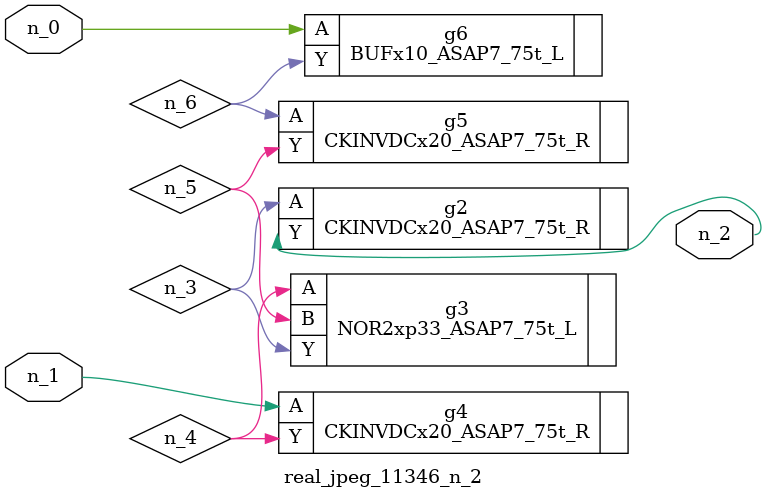
<source format=v>
module real_jpeg_11346_n_2 (n_1, n_0, n_2);

input n_1;
input n_0;

output n_2;

wire n_5;
wire n_4;
wire n_6;
wire n_3;

BUFx10_ASAP7_75t_L g6 ( 
.A(n_0),
.Y(n_6)
);

CKINVDCx20_ASAP7_75t_R g4 ( 
.A(n_1),
.Y(n_4)
);

CKINVDCx20_ASAP7_75t_R g2 ( 
.A(n_3),
.Y(n_2)
);

NOR2xp33_ASAP7_75t_L g3 ( 
.A(n_4),
.B(n_5),
.Y(n_3)
);

CKINVDCx20_ASAP7_75t_R g5 ( 
.A(n_6),
.Y(n_5)
);


endmodule
</source>
